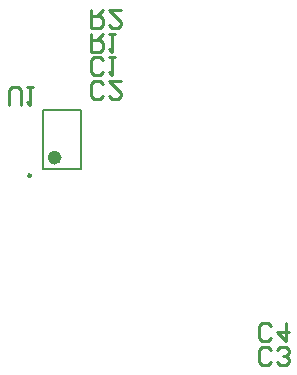
<source format=gbo>
G04 Layer_Color=32896*
%FSAX24Y24*%
%MOIN*%
G70*
G01*
G75*
%ADD12C,0.0100*%
%ADD26C,0.0098*%
%ADD27C,0.0236*%
%ADD32C,0.0079*%
D12*
X023735Y048319D02*
X023635Y048219D01*
X023435D01*
X023335Y048319D01*
Y048719D01*
X023435Y048819D01*
X023635D01*
X023735Y048719D01*
X023934Y048819D02*
X024134D01*
X024034D01*
Y048219D01*
X023934Y048319D01*
X023735Y047532D02*
X023635Y047432D01*
X023435D01*
X023335Y047532D01*
Y047932D01*
X023435Y048032D01*
X023635D01*
X023735Y047932D01*
X024334Y048032D02*
X023934D01*
X024334Y047632D01*
Y047532D01*
X024234Y047432D01*
X024034D01*
X023934Y047532D01*
X029313Y038673D02*
X029213Y038573D01*
X029013D01*
X028913Y038673D01*
Y039073D01*
X029013Y039173D01*
X029213D01*
X029313Y039073D01*
X029513Y038673D02*
X029613Y038573D01*
X029813D01*
X029913Y038673D01*
Y038773D01*
X029813Y038873D01*
X029713D01*
X029813D01*
X029913Y038973D01*
Y039073D01*
X029813Y039173D01*
X029613D01*
X029513Y039073D01*
X029313Y039473D02*
X029213Y039373D01*
X029013D01*
X028913Y039473D01*
Y039873D01*
X029013Y039973D01*
X029213D01*
X029313Y039873D01*
X029813Y039973D02*
Y039373D01*
X029513Y039673D01*
X029913D01*
X023335Y049606D02*
Y049006D01*
X023635D01*
X023735Y049106D01*
Y049306D01*
X023635Y049406D01*
X023335D01*
X023535D02*
X023735Y049606D01*
X023934D02*
X024134D01*
X024034D01*
Y049006D01*
X023934Y049106D01*
X023335Y050394D02*
Y049794D01*
X023635D01*
X023735Y049894D01*
Y050094D01*
X023635Y050194D01*
X023335D01*
X023535D02*
X023735Y050394D01*
X024334D02*
X023934D01*
X024334Y049994D01*
Y049894D01*
X024234Y049794D01*
X024034D01*
X023934Y049894D01*
X020579Y047235D02*
Y047735D01*
X020679Y047835D01*
X020879D01*
X020979Y047735D01*
Y047235D01*
X021179Y047835D02*
X021378D01*
X021279D01*
Y047235D01*
X021179Y047335D01*
D26*
X021327Y044876D02*
G03*
X021327Y044876I-000049J000000D01*
G01*
D27*
X022232Y045472D02*
G03*
X022232Y045472I-000118J000000D01*
G01*
D32*
X021720Y047047D02*
X022980D01*
X021720Y045079D02*
X022980D01*
Y047047D01*
X021720Y045079D02*
Y047047D01*
M02*

</source>
